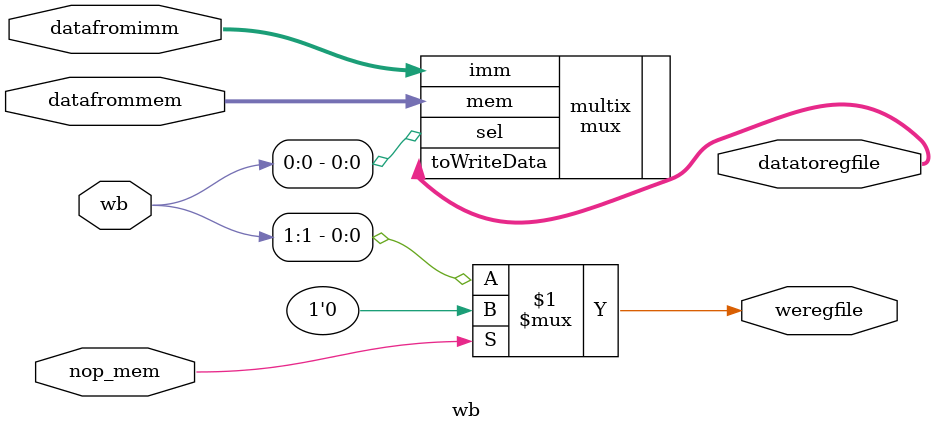
<source format=v>
`timescale 1ns / 1ps
module wb(
    input [31:0] datafrommem,
    input [31:0] datafromimm,
    input [1:0] wb,
	 input nop_mem,
    output [31:0] datatoregfile,
    output weregfile
    );
	
	
	 assign weregfile = (nop_mem) ?  1'b0 : wb[1];
	 mux multix (
    .mem(datafrommem), 
    .imm(datafromimm), 
    .sel(wb[0]), 
    .toWriteData(datatoregfile)
    );
	 
	 


endmodule

</source>
